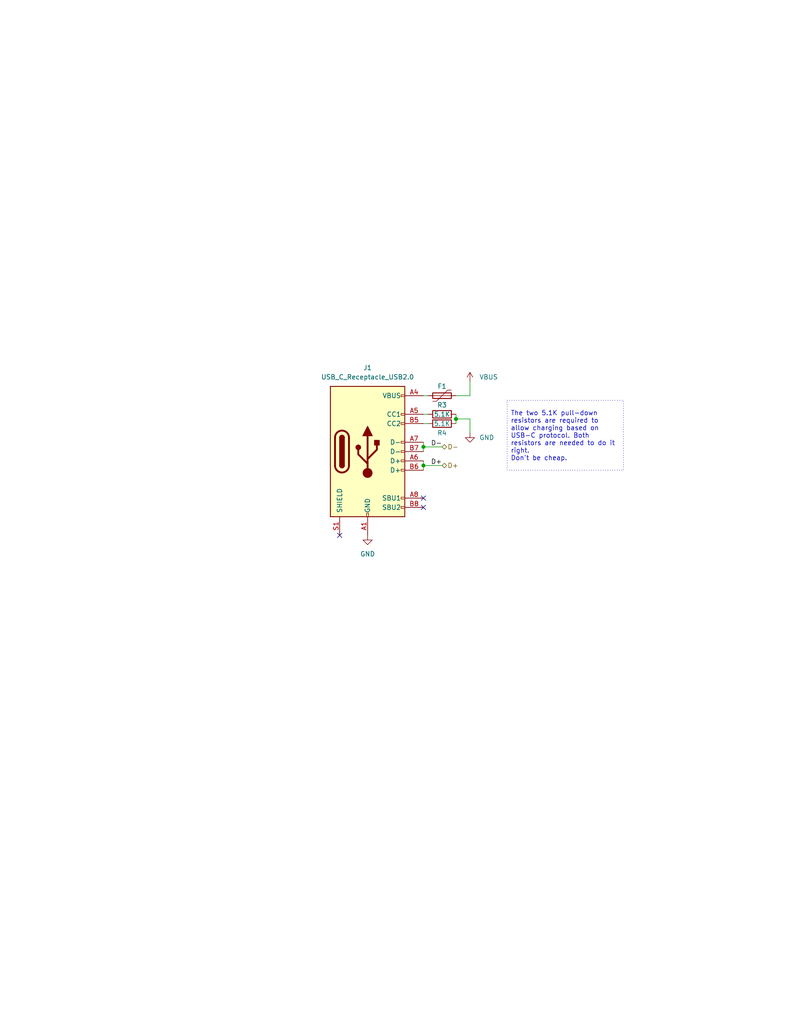
<source format=kicad_sch>
(kicad_sch
	(version 20231120)
	(generator "eeschema")
	(generator_version "8.0")
	(uuid "2faaddac-644d-4482-9950-0094aac9c156")
	(paper "A" portrait)
	(title_block
		(title "Comms Badge Voice Assistant")
		(date "2024-03-02")
		(rev "0.1.1")
		(company "Home Sweet Home Assistant")
	)
	(lib_symbols
		(symbol "Comms Badge Voice Assistant Project:GND"
			(power)
			(pin_names
				(offset 0)
			)
			(exclude_from_sim no)
			(in_bom yes)
			(on_board yes)
			(property "Reference" "#PWR"
				(at 0 -6.35 0)
				(effects
					(font
						(size 1.27 1.27)
					)
					(hide yes)
				)
			)
			(property "Value" "GND"
				(at 0 -3.81 0)
				(effects
					(font
						(size 1.27 1.27)
					)
				)
			)
			(property "Footprint" ""
				(at 0 0 0)
				(effects
					(font
						(size 1.27 1.27)
					)
					(hide yes)
				)
			)
			(property "Datasheet" ""
				(at 0 0 0)
				(effects
					(font
						(size 1.27 1.27)
					)
					(hide yes)
				)
			)
			(property "Description" "Power symbol creates a global label with name \"GND\" , ground"
				(at 0 0 0)
				(effects
					(font
						(size 1.27 1.27)
					)
					(hide yes)
				)
			)
			(property "ki_keywords" "global power"
				(at 0 0 0)
				(effects
					(font
						(size 1.27 1.27)
					)
					(hide yes)
				)
			)
			(symbol "GND_0_1"
				(polyline
					(pts
						(xy 0 0) (xy 0 -1.27) (xy 1.27 -1.27) (xy 0 -2.54) (xy -1.27 -1.27) (xy 0 -1.27)
					)
					(stroke
						(width 0)
						(type default)
					)
					(fill
						(type none)
					)
				)
			)
			(symbol "GND_1_1"
				(pin power_in line
					(at 0 0 270)
					(length 0) hide
					(name "GND"
						(effects
							(font
								(size 1.27 1.27)
							)
						)
					)
					(number "1"
						(effects
							(font
								(size 1.27 1.27)
							)
						)
					)
				)
			)
		)
		(symbol "Comms Badge Voice Assistant Project:Polyfuse"
			(pin_numbers hide)
			(pin_names
				(offset 0)
			)
			(exclude_from_sim no)
			(in_bom yes)
			(on_board yes)
			(property "Reference" "F"
				(at -2.54 0 90)
				(effects
					(font
						(size 1.27 1.27)
					)
				)
			)
			(property "Value" "Polyfuse"
				(at 2.54 0 90)
				(effects
					(font
						(size 1.27 1.27)
					)
				)
			)
			(property "Footprint" ""
				(at 1.27 -5.08 0)
				(effects
					(font
						(size 1.27 1.27)
					)
					(justify left)
					(hide yes)
				)
			)
			(property "Datasheet" "~"
				(at 0 0 0)
				(effects
					(font
						(size 1.27 1.27)
					)
					(hide yes)
				)
			)
			(property "Description" "Resettable fuse, polymeric positive temperature coefficient"
				(at 0 0 0)
				(effects
					(font
						(size 1.27 1.27)
					)
					(hide yes)
				)
			)
			(property "ki_keywords" "resettable fuse PTC PPTC polyfuse polyswitch"
				(at 0 0 0)
				(effects
					(font
						(size 1.27 1.27)
					)
					(hide yes)
				)
			)
			(property "ki_fp_filters" "*polyfuse* *PTC*"
				(at 0 0 0)
				(effects
					(font
						(size 1.27 1.27)
					)
					(hide yes)
				)
			)
			(symbol "Polyfuse_0_1"
				(rectangle
					(start -0.762 2.54)
					(end 0.762 -2.54)
					(stroke
						(width 0.254)
						(type default)
					)
					(fill
						(type none)
					)
				)
				(polyline
					(pts
						(xy 0 2.54) (xy 0 -2.54)
					)
					(stroke
						(width 0)
						(type default)
					)
					(fill
						(type none)
					)
				)
				(polyline
					(pts
						(xy -1.524 2.54) (xy -1.524 1.524) (xy 1.524 -1.524) (xy 1.524 -2.54)
					)
					(stroke
						(width 0)
						(type default)
					)
					(fill
						(type none)
					)
				)
			)
			(symbol "Polyfuse_1_1"
				(pin passive line
					(at 0 3.81 270)
					(length 1.27)
					(name "~"
						(effects
							(font
								(size 1.27 1.27)
							)
						)
					)
					(number "1"
						(effects
							(font
								(size 1.27 1.27)
							)
						)
					)
				)
				(pin passive line
					(at 0 -3.81 90)
					(length 1.27)
					(name "~"
						(effects
							(font
								(size 1.27 1.27)
							)
						)
					)
					(number "2"
						(effects
							(font
								(size 1.27 1.27)
							)
						)
					)
				)
			)
		)
		(symbol "Comms Badge Voice Assistant Project:R"
			(pin_numbers hide)
			(pin_names
				(offset 0)
			)
			(exclude_from_sim no)
			(in_bom yes)
			(on_board yes)
			(property "Reference" "R"
				(at 2.032 0 90)
				(effects
					(font
						(size 1.27 1.27)
					)
				)
			)
			(property "Value" "R"
				(at 0 0 90)
				(effects
					(font
						(size 1.27 1.27)
					)
				)
			)
			(property "Footprint" ""
				(at -1.778 0 90)
				(effects
					(font
						(size 1.27 1.27)
					)
					(hide yes)
				)
			)
			(property "Datasheet" "~"
				(at 0 0 0)
				(effects
					(font
						(size 1.27 1.27)
					)
					(hide yes)
				)
			)
			(property "Description" "Resistor"
				(at 0 0 0)
				(effects
					(font
						(size 1.27 1.27)
					)
					(hide yes)
				)
			)
			(property "ki_keywords" "R res resistor"
				(at 0 0 0)
				(effects
					(font
						(size 1.27 1.27)
					)
					(hide yes)
				)
			)
			(property "ki_fp_filters" "R_*"
				(at 0 0 0)
				(effects
					(font
						(size 1.27 1.27)
					)
					(hide yes)
				)
			)
			(symbol "R_0_1"
				(rectangle
					(start -1.016 -2.54)
					(end 1.016 2.54)
					(stroke
						(width 0.254)
						(type default)
					)
					(fill
						(type none)
					)
				)
			)
			(symbol "R_1_1"
				(pin passive line
					(at 0 3.81 270)
					(length 1.27)
					(name "~"
						(effects
							(font
								(size 1.27 1.27)
							)
						)
					)
					(number "1"
						(effects
							(font
								(size 1.27 1.27)
							)
						)
					)
				)
				(pin passive line
					(at 0 -3.81 90)
					(length 1.27)
					(name "~"
						(effects
							(font
								(size 1.27 1.27)
							)
						)
					)
					(number "2"
						(effects
							(font
								(size 1.27 1.27)
							)
						)
					)
				)
			)
		)
		(symbol "Comms Badge Voice Assistant Project:USB_C_Receptacle_USB2.0"
			(pin_names
				(offset 1.016)
			)
			(exclude_from_sim no)
			(in_bom yes)
			(on_board yes)
			(property "Reference" "J"
				(at -10.16 19.05 0)
				(effects
					(font
						(size 1.27 1.27)
					)
					(justify left)
				)
			)
			(property "Value" "USB_C_Receptacle_USB2.0"
				(at 19.05 19.05 0)
				(effects
					(font
						(size 1.27 1.27)
					)
					(justify right)
				)
			)
			(property "Footprint" ""
				(at 3.81 0 0)
				(effects
					(font
						(size 1.27 1.27)
					)
					(hide yes)
				)
			)
			(property "Datasheet" "https://www.usb.org/sites/default/files/documents/usb_type-c.zip"
				(at 3.81 0 0)
				(effects
					(font
						(size 1.27 1.27)
					)
					(hide yes)
				)
			)
			(property "Description" "USB 2.0-only Type-C Receptacle connector"
				(at 0 0 0)
				(effects
					(font
						(size 1.27 1.27)
					)
					(hide yes)
				)
			)
			(property "ki_keywords" "usb universal serial bus type-C USB2.0"
				(at 0 0 0)
				(effects
					(font
						(size 1.27 1.27)
					)
					(hide yes)
				)
			)
			(property "ki_fp_filters" "USB*C*Receptacle*"
				(at 0 0 0)
				(effects
					(font
						(size 1.27 1.27)
					)
					(hide yes)
				)
			)
			(symbol "USB_C_Receptacle_USB2.0_0_0"
				(rectangle
					(start -0.254 -17.78)
					(end 0.254 -16.764)
					(stroke
						(width 0)
						(type default)
					)
					(fill
						(type none)
					)
				)
				(rectangle
					(start 10.16 -14.986)
					(end 9.144 -15.494)
					(stroke
						(width 0)
						(type default)
					)
					(fill
						(type none)
					)
				)
				(rectangle
					(start 10.16 -12.446)
					(end 9.144 -12.954)
					(stroke
						(width 0)
						(type default)
					)
					(fill
						(type none)
					)
				)
				(rectangle
					(start 10.16 -4.826)
					(end 9.144 -5.334)
					(stroke
						(width 0)
						(type default)
					)
					(fill
						(type none)
					)
				)
				(rectangle
					(start 10.16 -2.286)
					(end 9.144 -2.794)
					(stroke
						(width 0)
						(type default)
					)
					(fill
						(type none)
					)
				)
				(rectangle
					(start 10.16 0.254)
					(end 9.144 -0.254)
					(stroke
						(width 0)
						(type default)
					)
					(fill
						(type none)
					)
				)
				(rectangle
					(start 10.16 2.794)
					(end 9.144 2.286)
					(stroke
						(width 0)
						(type default)
					)
					(fill
						(type none)
					)
				)
				(rectangle
					(start 10.16 7.874)
					(end 9.144 7.366)
					(stroke
						(width 0)
						(type default)
					)
					(fill
						(type none)
					)
				)
				(rectangle
					(start 10.16 10.414)
					(end 9.144 9.906)
					(stroke
						(width 0)
						(type default)
					)
					(fill
						(type none)
					)
				)
				(rectangle
					(start 10.16 15.494)
					(end 9.144 14.986)
					(stroke
						(width 0)
						(type default)
					)
					(fill
						(type none)
					)
				)
			)
			(symbol "USB_C_Receptacle_USB2.0_0_1"
				(rectangle
					(start -10.16 17.78)
					(end 10.16 -17.78)
					(stroke
						(width 0.254)
						(type default)
					)
					(fill
						(type background)
					)
				)
				(arc
					(start -8.89 -3.81)
					(mid -6.985 -5.7067)
					(end -5.08 -3.81)
					(stroke
						(width 0.508)
						(type default)
					)
					(fill
						(type none)
					)
				)
				(arc
					(start -7.62 -3.81)
					(mid -6.985 -4.4423)
					(end -6.35 -3.81)
					(stroke
						(width 0.254)
						(type default)
					)
					(fill
						(type none)
					)
				)
				(arc
					(start -7.62 -3.81)
					(mid -6.985 -4.4423)
					(end -6.35 -3.81)
					(stroke
						(width 0.254)
						(type default)
					)
					(fill
						(type outline)
					)
				)
				(rectangle
					(start -7.62 -3.81)
					(end -6.35 3.81)
					(stroke
						(width 0.254)
						(type default)
					)
					(fill
						(type outline)
					)
				)
				(arc
					(start -6.35 3.81)
					(mid -6.985 4.4423)
					(end -7.62 3.81)
					(stroke
						(width 0.254)
						(type default)
					)
					(fill
						(type none)
					)
				)
				(arc
					(start -6.35 3.81)
					(mid -6.985 4.4423)
					(end -7.62 3.81)
					(stroke
						(width 0.254)
						(type default)
					)
					(fill
						(type outline)
					)
				)
				(arc
					(start -5.08 3.81)
					(mid -6.985 5.7067)
					(end -8.89 3.81)
					(stroke
						(width 0.508)
						(type default)
					)
					(fill
						(type none)
					)
				)
				(circle
					(center -2.54 1.143)
					(radius 0.635)
					(stroke
						(width 0.254)
						(type default)
					)
					(fill
						(type outline)
					)
				)
				(circle
					(center 0 -5.842)
					(radius 1.27)
					(stroke
						(width 0)
						(type default)
					)
					(fill
						(type outline)
					)
				)
				(polyline
					(pts
						(xy -8.89 -3.81) (xy -8.89 3.81)
					)
					(stroke
						(width 0.508)
						(type default)
					)
					(fill
						(type none)
					)
				)
				(polyline
					(pts
						(xy -5.08 3.81) (xy -5.08 -3.81)
					)
					(stroke
						(width 0.508)
						(type default)
					)
					(fill
						(type none)
					)
				)
				(polyline
					(pts
						(xy 0 -5.842) (xy 0 4.318)
					)
					(stroke
						(width 0.508)
						(type default)
					)
					(fill
						(type none)
					)
				)
				(polyline
					(pts
						(xy 0 -3.302) (xy -2.54 -0.762) (xy -2.54 0.508)
					)
					(stroke
						(width 0.508)
						(type default)
					)
					(fill
						(type none)
					)
				)
				(polyline
					(pts
						(xy 0 -2.032) (xy 2.54 0.508) (xy 2.54 1.778)
					)
					(stroke
						(width 0.508)
						(type default)
					)
					(fill
						(type none)
					)
				)
				(polyline
					(pts
						(xy -1.27 4.318) (xy 0 6.858) (xy 1.27 4.318) (xy -1.27 4.318)
					)
					(stroke
						(width 0.254)
						(type default)
					)
					(fill
						(type outline)
					)
				)
				(rectangle
					(start 1.905 1.778)
					(end 3.175 3.048)
					(stroke
						(width 0.254)
						(type default)
					)
					(fill
						(type outline)
					)
				)
			)
			(symbol "USB_C_Receptacle_USB2.0_1_1"
				(pin passive line
					(at 0 -22.86 90)
					(length 5.08)
					(name "GND"
						(effects
							(font
								(size 1.27 1.27)
							)
						)
					)
					(number "A1"
						(effects
							(font
								(size 1.27 1.27)
							)
						)
					)
				)
				(pin passive line
					(at 0 -22.86 90)
					(length 5.08) hide
					(name "GND"
						(effects
							(font
								(size 1.27 1.27)
							)
						)
					)
					(number "A12"
						(effects
							(font
								(size 1.27 1.27)
							)
						)
					)
				)
				(pin passive line
					(at 15.24 15.24 180)
					(length 5.08)
					(name "VBUS"
						(effects
							(font
								(size 1.27 1.27)
							)
						)
					)
					(number "A4"
						(effects
							(font
								(size 1.27 1.27)
							)
						)
					)
				)
				(pin bidirectional line
					(at 15.24 10.16 180)
					(length 5.08)
					(name "CC1"
						(effects
							(font
								(size 1.27 1.27)
							)
						)
					)
					(number "A5"
						(effects
							(font
								(size 1.27 1.27)
							)
						)
					)
				)
				(pin bidirectional line
					(at 15.24 -2.54 180)
					(length 5.08)
					(name "D+"
						(effects
							(font
								(size 1.27 1.27)
							)
						)
					)
					(number "A6"
						(effects
							(font
								(size 1.27 1.27)
							)
						)
					)
				)
				(pin bidirectional line
					(at 15.24 2.54 180)
					(length 5.08)
					(name "D-"
						(effects
							(font
								(size 1.27 1.27)
							)
						)
					)
					(number "A7"
						(effects
							(font
								(size 1.27 1.27)
							)
						)
					)
				)
				(pin bidirectional line
					(at 15.24 -12.7 180)
					(length 5.08)
					(name "SBU1"
						(effects
							(font
								(size 1.27 1.27)
							)
						)
					)
					(number "A8"
						(effects
							(font
								(size 1.27 1.27)
							)
						)
					)
				)
				(pin passive line
					(at 15.24 15.24 180)
					(length 5.08) hide
					(name "VBUS"
						(effects
							(font
								(size 1.27 1.27)
							)
						)
					)
					(number "A9"
						(effects
							(font
								(size 1.27 1.27)
							)
						)
					)
				)
				(pin passive line
					(at 0 -22.86 90)
					(length 5.08) hide
					(name "GND"
						(effects
							(font
								(size 1.27 1.27)
							)
						)
					)
					(number "B1"
						(effects
							(font
								(size 1.27 1.27)
							)
						)
					)
				)
				(pin passive line
					(at 0 -22.86 90)
					(length 5.08) hide
					(name "GND"
						(effects
							(font
								(size 1.27 1.27)
							)
						)
					)
					(number "B12"
						(effects
							(font
								(size 1.27 1.27)
							)
						)
					)
				)
				(pin passive line
					(at 15.24 15.24 180)
					(length 5.08) hide
					(name "VBUS"
						(effects
							(font
								(size 1.27 1.27)
							)
						)
					)
					(number "B4"
						(effects
							(font
								(size 1.27 1.27)
							)
						)
					)
				)
				(pin bidirectional line
					(at 15.24 7.62 180)
					(length 5.08)
					(name "CC2"
						(effects
							(font
								(size 1.27 1.27)
							)
						)
					)
					(number "B5"
						(effects
							(font
								(size 1.27 1.27)
							)
						)
					)
				)
				(pin bidirectional line
					(at 15.24 -5.08 180)
					(length 5.08)
					(name "D+"
						(effects
							(font
								(size 1.27 1.27)
							)
						)
					)
					(number "B6"
						(effects
							(font
								(size 1.27 1.27)
							)
						)
					)
				)
				(pin bidirectional line
					(at 15.24 0 180)
					(length 5.08)
					(name "D-"
						(effects
							(font
								(size 1.27 1.27)
							)
						)
					)
					(number "B7"
						(effects
							(font
								(size 1.27 1.27)
							)
						)
					)
				)
				(pin bidirectional line
					(at 15.24 -15.24 180)
					(length 5.08)
					(name "SBU2"
						(effects
							(font
								(size 1.27 1.27)
							)
						)
					)
					(number "B8"
						(effects
							(font
								(size 1.27 1.27)
							)
						)
					)
				)
				(pin passive line
					(at 15.24 15.24 180)
					(length 5.08) hide
					(name "VBUS"
						(effects
							(font
								(size 1.27 1.27)
							)
						)
					)
					(number "B9"
						(effects
							(font
								(size 1.27 1.27)
							)
						)
					)
				)
				(pin passive line
					(at -7.62 -22.86 90)
					(length 5.08)
					(name "SHIELD"
						(effects
							(font
								(size 1.27 1.27)
							)
						)
					)
					(number "S1"
						(effects
							(font
								(size 1.27 1.27)
							)
						)
					)
				)
			)
		)
		(symbol "Comms Badge Voice Assistant Project:VBUS"
			(power)
			(pin_names
				(offset 0)
			)
			(exclude_from_sim no)
			(in_bom yes)
			(on_board yes)
			(property "Reference" "#PWR"
				(at 0 -3.81 0)
				(effects
					(font
						(size 1.27 1.27)
					)
					(hide yes)
				)
			)
			(property "Value" "VBUS"
				(at 0 3.81 0)
				(effects
					(font
						(size 1.27 1.27)
					)
				)
			)
			(property "Footprint" ""
				(at 0 0 0)
				(effects
					(font
						(size 1.27 1.27)
					)
					(hide yes)
				)
			)
			(property "Datasheet" ""
				(at 0 0 0)
				(effects
					(font
						(size 1.27 1.27)
					)
					(hide yes)
				)
			)
			(property "Description" "Power symbol creates a global label with name \"VBUS\""
				(at 0 0 0)
				(effects
					(font
						(size 1.27 1.27)
					)
					(hide yes)
				)
			)
			(property "ki_keywords" "global power"
				(at 0 0 0)
				(effects
					(font
						(size 1.27 1.27)
					)
					(hide yes)
				)
			)
			(symbol "VBUS_0_1"
				(polyline
					(pts
						(xy -0.762 1.27) (xy 0 2.54)
					)
					(stroke
						(width 0)
						(type default)
					)
					(fill
						(type none)
					)
				)
				(polyline
					(pts
						(xy 0 0) (xy 0 2.54)
					)
					(stroke
						(width 0)
						(type default)
					)
					(fill
						(type none)
					)
				)
				(polyline
					(pts
						(xy 0 2.54) (xy 0.762 1.27)
					)
					(stroke
						(width 0)
						(type default)
					)
					(fill
						(type none)
					)
				)
			)
			(symbol "VBUS_1_1"
				(pin power_in line
					(at 0 0 90)
					(length 0) hide
					(name "VBUS"
						(effects
							(font
								(size 1.27 1.27)
							)
						)
					)
					(number "1"
						(effects
							(font
								(size 1.27 1.27)
							)
						)
					)
				)
			)
		)
	)
	(junction
		(at 124.46 114.3)
		(diameter 0)
		(color 0 0 0 0)
		(uuid "6f7d10f9-055d-4013-9bea-5ca1f109fc76")
	)
	(junction
		(at 115.57 121.92)
		(diameter 0)
		(color 0 0 0 0)
		(uuid "cb679754-47f9-4de0-a8a1-9e937449451a")
	)
	(junction
		(at 115.57 127)
		(diameter 0)
		(color 0 0 0 0)
		(uuid "dbf77822-13c8-4d96-94cd-0e4d93794552")
	)
	(no_connect
		(at 115.57 138.43)
		(uuid "333fb920-fbfc-4e40-88ef-c6daae6d3073")
	)
	(no_connect
		(at 115.57 135.89)
		(uuid "4d933472-851f-4964-b136-6414b65a9b72")
	)
	(no_connect
		(at 92.71 146.05)
		(uuid "742c445e-2723-4bdb-9eac-b6169650231a")
	)
	(wire
		(pts
			(xy 124.46 107.95) (xy 128.27 107.95)
		)
		(stroke
			(width 0)
			(type default)
		)
		(uuid "124fb954-f9a3-4465-a925-d3f8caf98fcb")
	)
	(wire
		(pts
			(xy 115.57 125.73) (xy 115.57 127)
		)
		(stroke
			(width 0)
			(type default)
		)
		(uuid "1e99efe2-817a-45e5-957c-0d1b858cd473")
	)
	(wire
		(pts
			(xy 124.46 114.3) (xy 124.46 115.57)
		)
		(stroke
			(width 0)
			(type default)
		)
		(uuid "24ad9ec1-21a5-4686-a2a0-4ba28842d9c2")
	)
	(wire
		(pts
			(xy 115.57 120.65) (xy 115.57 121.92)
		)
		(stroke
			(width 0)
			(type default)
		)
		(uuid "49855f75-9992-42c2-97b3-1589381c3b72")
	)
	(wire
		(pts
			(xy 115.57 121.92) (xy 115.57 123.19)
		)
		(stroke
			(width 0)
			(type default)
		)
		(uuid "62b4ab2e-c06e-414b-89ec-c654f063e2f6")
	)
	(wire
		(pts
			(xy 115.57 115.57) (xy 116.84 115.57)
		)
		(stroke
			(width 0)
			(type default)
		)
		(uuid "62f6992f-1a13-46af-b9d9-b23d0b813877")
	)
	(wire
		(pts
			(xy 116.84 107.95) (xy 115.57 107.95)
		)
		(stroke
			(width 0)
			(type default)
		)
		(uuid "72d3bbd9-5cac-4ac9-b31c-e88be6273758")
	)
	(wire
		(pts
			(xy 115.57 127) (xy 120.65 127)
		)
		(stroke
			(width 0)
			(type default)
		)
		(uuid "78bc3db7-6c2f-4f17-b218-7adf66a0fcdd")
	)
	(wire
		(pts
			(xy 115.57 127) (xy 115.57 128.27)
		)
		(stroke
			(width 0)
			(type default)
		)
		(uuid "7fc1278e-a8fe-4d1a-8afe-128032ea39ed")
	)
	(wire
		(pts
			(xy 124.46 114.3) (xy 128.27 114.3)
		)
		(stroke
			(width 0)
			(type default)
		)
		(uuid "82a8ac36-2070-48a8-930f-a9fe970cdbd7")
	)
	(wire
		(pts
			(xy 128.27 107.95) (xy 128.27 104.14)
		)
		(stroke
			(width 0)
			(type default)
		)
		(uuid "8d3d8dd5-af1f-45fa-8f59-936cf5bb7993")
	)
	(wire
		(pts
			(xy 115.57 121.92) (xy 120.65 121.92)
		)
		(stroke
			(width 0)
			(type default)
		)
		(uuid "9ec15633-cfdb-465d-b595-87310f019383")
	)
	(wire
		(pts
			(xy 115.57 113.03) (xy 116.84 113.03)
		)
		(stroke
			(width 0)
			(type default)
		)
		(uuid "a4b59aff-d7ef-4090-9fa7-533c1c1c7b99")
	)
	(wire
		(pts
			(xy 128.27 114.3) (xy 128.27 118.11)
		)
		(stroke
			(width 0)
			(type default)
		)
		(uuid "b6872fdd-a1c1-4ff6-8732-95b77387a768")
	)
	(wire
		(pts
			(xy 124.46 113.03) (xy 124.46 114.3)
		)
		(stroke
			(width 0)
			(type default)
		)
		(uuid "f96864b2-0a6f-4f90-ad8a-775cb9542559")
	)
	(text_box "The two 5.1K pull-down resistors are required to allow charging based on USB-C protocol. Both resistors are needed to do it right.\nDon't be cheap."
		(exclude_from_sim no)
		(at 138.43 109.22 0)
		(size 31.75 19.05)
		(stroke
			(width 0)
			(type dot)
		)
		(fill
			(type none)
		)
		(effects
			(font
				(size 1.27 1.27)
			)
			(justify left)
		)
		(uuid "686e076c-3dd5-4e1a-8867-02b74d5ea3f1")
	)
	(label "D+"
		(at 120.65 127 180)
		(fields_autoplaced yes)
		(effects
			(font
				(size 1.27 1.27)
			)
			(justify right bottom)
		)
		(uuid "41551d53-8f08-4b68-95a9-451f95fd498e")
	)
	(label "D-"
		(at 120.65 121.92 180)
		(fields_autoplaced yes)
		(effects
			(font
				(size 1.27 1.27)
			)
			(justify right bottom)
		)
		(uuid "4c99d162-d6f2-4288-9351-26a14b7e05e3")
	)
	(hierarchical_label "D+"
		(shape bidirectional)
		(at 120.65 127 0)
		(fields_autoplaced yes)
		(effects
			(font
				(size 1.27 1.27)
			)
			(justify left)
		)
		(uuid "3aa75c5a-eaae-4295-9946-702fb4ff0170")
	)
	(hierarchical_label "D-"
		(shape bidirectional)
		(at 120.65 121.92 0)
		(fields_autoplaced yes)
		(effects
			(font
				(size 1.27 1.27)
			)
			(justify left)
		)
		(uuid "a09dace5-94e2-4e99-b390-2a0187fe9dcd")
	)
	(symbol
		(lib_id "Comms Badge Voice Assistant Project:GND")
		(at 128.27 118.11 0)
		(unit 1)
		(exclude_from_sim no)
		(in_bom yes)
		(on_board yes)
		(dnp no)
		(fields_autoplaced yes)
		(uuid "252f62c7-dfe5-4696-8aef-94d85448d901")
		(property "Reference" "#PWR08"
			(at 128.27 124.46 0)
			(effects
				(font
					(size 1.27 1.27)
				)
				(hide yes)
			)
		)
		(property "Value" "GND"
			(at 130.81 119.38 0)
			(effects
				(font
					(size 1.27 1.27)
				)
				(justify left)
			)
		)
		(property "Footprint" ""
			(at 128.27 118.11 0)
			(effects
				(font
					(size 1.27 1.27)
				)
				(hide yes)
			)
		)
		(property "Datasheet" ""
			(at 128.27 118.11 0)
			(effects
				(font
					(size 1.27 1.27)
				)
				(hide yes)
			)
		)
		(property "Description" ""
			(at 128.27 118.11 0)
			(effects
				(font
					(size 1.27 1.27)
				)
				(hide yes)
			)
		)
		(pin "1"
			(uuid "a3385300-21e2-46a4-b211-37ed31e02362")
		)
		(instances
			(project "LED Plasmid Bottle"
				(path "/49124571-f0f2-4f3a-b22c-6c3d90e137a0"
					(reference "#PWR08")
					(unit 1)
				)
				(path "/49124571-f0f2-4f3a-b22c-6c3d90e137a0/33791a35-0e34-479b-84b0-7b0147df3113"
					(reference "#PWR08")
					(unit 1)
				)
				(path "/49124571-f0f2-4f3a-b22c-6c3d90e137a0/62182aa8-7d55-4017-8542-704688cbe14c"
					(reference "#PWR08")
					(unit 1)
				)
			)
			(project "Comms Badge Voice Assistant Project"
				(path "/615e3260-ff62-492c-a651-02eeac1fdade/f8b49e38-8eb2-43a3-84a0-afcf51d28e7d"
					(reference "#PWR0202")
					(unit 1)
				)
			)
			(project "Li-Po Battery Charging & Protection"
				(path "/7c69cb15-816e-4173-8879-fd6a8cc51361"
					(reference "#PWR08")
					(unit 1)
				)
			)
			(project "Crystal Space Bun Crowns"
				(path "/80ca1a89-7fc0-4d2e-aa39-cc2a3d357b07"
					(reference "#PWR01")
					(unit 1)
				)
			)
		)
	)
	(symbol
		(lib_id "Comms Badge Voice Assistant Project:R")
		(at 120.65 115.57 270)
		(unit 1)
		(exclude_from_sim no)
		(in_bom yes)
		(on_board yes)
		(dnp no)
		(uuid "70ec377b-e7d7-436a-8b58-1fad4208bf32")
		(property "Reference" "R4"
			(at 120.65 118.11 90)
			(effects
				(font
					(size 1.27 1.27)
				)
			)
		)
		(property "Value" "5.1K"
			(at 120.65 115.57 90)
			(effects
				(font
					(size 1.27 1.27)
				)
			)
		)
		(property "Footprint" "Resistor_SMD:R_0402_1005Metric"
			(at 120.65 113.792 90)
			(effects
				(font
					(size 1.27 1.27)
				)
				(hide yes)
			)
		)
		(property "Datasheet" "https://datasheet.lcsc.com/lcsc/2304140030_YAGEO-RC0402FR-075K1L_C105872.pdf"
			(at 120.65 115.57 0)
			(effects
				(font
					(size 1.27 1.27)
				)
				(hide yes)
			)
		)
		(property "Description" ""
			(at 120.65 115.57 0)
			(effects
				(font
					(size 1.27 1.27)
				)
				(hide yes)
			)
		)
		(property "LCSC #" "C105872"
			(at 120.65 115.57 0)
			(effects
				(font
					(size 1.27 1.27)
				)
				(hide yes)
			)
		)
		(property "Mfr. Part #" "RC0402FR-075K1L"
			(at 120.65 115.57 0)
			(effects
				(font
					(size 1.27 1.27)
				)
				(hide yes)
			)
		)
		(property "DigiKey #" "311-5.10KLRCT-ND"
			(at 120.65 115.57 0)
			(effects
				(font
					(size 1.27 1.27)
				)
				(hide yes)
			)
		)
		(property "Mouser #" "603-RC0402FR-075K1L"
			(at 120.65 115.57 0)
			(effects
				(font
					(size 1.27 1.27)
				)
				(hide yes)
			)
		)
		(property "Price" "0.0007"
			(at 120.65 115.57 0)
			(effects
				(font
					(size 1.27 1.27)
				)
				(hide yes)
			)
		)
		(pin "1"
			(uuid "42b5e2f9-5b19-48db-ac03-58e1b07cbfc1")
		)
		(pin "2"
			(uuid "02a4e975-2c1f-4241-b59d-aeeb938bf806")
		)
		(instances
			(project "LED Plasmid Bottle"
				(path "/49124571-f0f2-4f3a-b22c-6c3d90e137a0"
					(reference "R4")
					(unit 1)
				)
				(path "/49124571-f0f2-4f3a-b22c-6c3d90e137a0/33791a35-0e34-479b-84b0-7b0147df3113"
					(reference "R4")
					(unit 1)
				)
				(path "/49124571-f0f2-4f3a-b22c-6c3d90e137a0/62182aa8-7d55-4017-8542-704688cbe14c"
					(reference "R102")
					(unit 1)
				)
			)
			(project "Comms Badge Voice Assistant Project"
				(path "/615e3260-ff62-492c-a651-02eeac1fdade/f8b49e38-8eb2-43a3-84a0-afcf51d28e7d"
					(reference "R202")
					(unit 1)
				)
			)
			(project "Li-Po Battery Charging & Protection"
				(path "/7c69cb15-816e-4173-8879-fd6a8cc51361"
					(reference "R4")
					(unit 1)
				)
			)
			(project "Crystal Space Bun Crowns"
				(path "/80ca1a89-7fc0-4d2e-aa39-cc2a3d357b07"
					(reference "R2")
					(unit 1)
				)
			)
		)
	)
	(symbol
		(lib_id "Comms Badge Voice Assistant Project:Polyfuse")
		(at 120.65 107.95 90)
		(unit 1)
		(exclude_from_sim no)
		(in_bom yes)
		(on_board yes)
		(dnp no)
		(uuid "98ea74f1-7db7-4554-9ea5-4a13a6c7c071")
		(property "Reference" "F1"
			(at 120.65 105.41 90)
			(effects
				(font
					(size 1.27 1.27)
				)
			)
		)
		(property "Value" "Polyfuse"
			(at 120.65 104.14 90)
			(effects
				(font
					(size 1.27 1.27)
				)
				(hide yes)
			)
		)
		(property "Footprint" "Fuse:Fuse_0805_2012Metric_Pad1.15x1.40mm_HandSolder"
			(at 125.73 106.68 0)
			(effects
				(font
					(size 1.27 1.27)
				)
				(justify left)
				(hide yes)
			)
		)
		(property "Datasheet" "https://datasheet.lcsc.com/lcsc/2309211851_LUTE-0805L200SL9AR_C18198356.pdf"
			(at 120.65 107.95 0)
			(effects
				(font
					(size 1.27 1.27)
				)
				(hide yes)
			)
		)
		(property "Description" ""
			(at 120.65 107.95 0)
			(effects
				(font
					(size 1.27 1.27)
				)
				(hide yes)
			)
		)
		(property "LCSC #" "C18198356"
			(at 120.65 107.95 0)
			(effects
				(font
					(size 1.27 1.27)
				)
				(hide yes)
			)
		)
		(property "Mfr. Part #" "0805L200SL9AR"
			(at 120.65 107.95 0)
			(effects
				(font
					(size 1.27 1.27)
				)
				(hide yes)
			)
		)
		(property "DigiKey #" "NA"
			(at 120.65 107.95 0)
			(effects
				(font
					(size 1.27 1.27)
				)
				(hide yes)
			)
		)
		(property "Mouser #" "NA"
			(at 120.65 107.95 0)
			(effects
				(font
					(size 1.27 1.27)
				)
				(hide yes)
			)
		)
		(property "Price" "0.1019"
			(at 120.65 107.95 0)
			(effects
				(font
					(size 1.27 1.27)
				)
				(hide yes)
			)
		)
		(pin "1"
			(uuid "654f16ff-dcd0-4003-bea1-d41801738da1")
		)
		(pin "2"
			(uuid "8c5e02d4-086f-4fab-8d99-88345d657d36")
		)
		(instances
			(project "LED Plasmid Bottle"
				(path "/49124571-f0f2-4f3a-b22c-6c3d90e137a0"
					(reference "F1")
					(unit 1)
				)
				(path "/49124571-f0f2-4f3a-b22c-6c3d90e137a0/33791a35-0e34-479b-84b0-7b0147df3113"
					(reference "F1")
					(unit 1)
				)
				(path "/49124571-f0f2-4f3a-b22c-6c3d90e137a0/62182aa8-7d55-4017-8542-704688cbe14c"
					(reference "F101")
					(unit 1)
				)
			)
			(project "Comms Badge Voice Assistant Project"
				(path "/615e3260-ff62-492c-a651-02eeac1fdade/f8b49e38-8eb2-43a3-84a0-afcf51d28e7d"
					(reference "F201")
					(unit 1)
				)
			)
			(project "Li-Po Battery Charging & Protection"
				(path "/7c69cb15-816e-4173-8879-fd6a8cc51361"
					(reference "F1")
					(unit 1)
				)
			)
			(project "Crystal Space Bun Crowns"
				(path "/80ca1a89-7fc0-4d2e-aa39-cc2a3d357b07"
					(reference "F1")
					(unit 1)
				)
			)
		)
	)
	(symbol
		(lib_id "Comms Badge Voice Assistant Project:VBUS")
		(at 128.27 104.14 0)
		(unit 1)
		(exclude_from_sim no)
		(in_bom yes)
		(on_board yes)
		(dnp no)
		(fields_autoplaced yes)
		(uuid "ac4dc0de-6444-4cbd-a103-0d2701c9810c")
		(property "Reference" "#PWR07"
			(at 128.27 107.95 0)
			(effects
				(font
					(size 1.27 1.27)
				)
				(hide yes)
			)
		)
		(property "Value" "VBUS"
			(at 130.81 102.87 0)
			(effects
				(font
					(size 1.27 1.27)
				)
				(justify left)
			)
		)
		(property "Footprint" ""
			(at 128.27 104.14 0)
			(effects
				(font
					(size 1.27 1.27)
				)
				(hide yes)
			)
		)
		(property "Datasheet" ""
			(at 128.27 104.14 0)
			(effects
				(font
					(size 1.27 1.27)
				)
				(hide yes)
			)
		)
		(property "Description" ""
			(at 128.27 104.14 0)
			(effects
				(font
					(size 1.27 1.27)
				)
				(hide yes)
			)
		)
		(pin "1"
			(uuid "a4ce8cf4-0ce0-4045-8aca-1a0b077f0e79")
		)
		(instances
			(project "LED Plasmid Bottle"
				(path "/49124571-f0f2-4f3a-b22c-6c3d90e137a0"
					(reference "#PWR07")
					(unit 1)
				)
				(path "/49124571-f0f2-4f3a-b22c-6c3d90e137a0/33791a35-0e34-479b-84b0-7b0147df3113"
					(reference "#PWR07")
					(unit 1)
				)
				(path "/49124571-f0f2-4f3a-b22c-6c3d90e137a0/62182aa8-7d55-4017-8542-704688cbe14c"
					(reference "#PWR07")
					(unit 1)
				)
			)
			(project "Comms Badge Voice Assistant Project"
				(path "/615e3260-ff62-492c-a651-02eeac1fdade/f8b49e38-8eb2-43a3-84a0-afcf51d28e7d"
					(reference "#PWR0201")
					(unit 1)
				)
			)
			(project "Li-Po Battery Charging & Protection"
				(path "/7c69cb15-816e-4173-8879-fd6a8cc51361"
					(reference "#PWR07")
					(unit 1)
				)
			)
			(project "Crystal Space Bun Crowns"
				(path "/80ca1a89-7fc0-4d2e-aa39-cc2a3d357b07"
					(reference "#PWR03")
					(unit 1)
				)
			)
		)
	)
	(symbol
		(lib_id "Comms Badge Voice Assistant Project:USB_C_Receptacle_USB2.0")
		(at 100.33 123.19 0)
		(unit 1)
		(exclude_from_sim no)
		(in_bom yes)
		(on_board yes)
		(dnp no)
		(fields_autoplaced yes)
		(uuid "eb7af781-7861-4f28-bf0f-c83ededafadc")
		(property "Reference" "J1"
			(at 100.33 100.33 0)
			(effects
				(font
					(size 1.27 1.27)
				)
			)
		)
		(property "Value" "USB_C_Receptacle_USB2.0"
			(at 100.33 102.87 0)
			(effects
				(font
					(size 1.27 1.27)
				)
			)
		)
		(property "Footprint" "Connector_USB:USB_C_Receptacle_GCT_USB4105-xx-A_16P_TopMnt_Horizontal"
			(at 104.14 123.19 0)
			(effects
				(font
					(size 1.27 1.27)
				)
				(hide yes)
			)
		)
		(property "Datasheet" "https://datasheet.lcsc.com/lcsc/2111231930_SHOU-HAN-TYPE-C-16PIN-2MD-073_C2765186.pdf"
			(at 104.14 123.19 0)
			(effects
				(font
					(size 1.27 1.27)
				)
				(hide yes)
			)
		)
		(property "Description" ""
			(at 100.33 123.19 0)
			(effects
				(font
					(size 1.27 1.27)
				)
				(hide yes)
			)
		)
		(property "LCSC #" "C2765186"
			(at 100.33 123.19 0)
			(effects
				(font
					(size 1.27 1.27)
				)
				(hide yes)
			)
		)
		(property "Mfr. Part #" "TYPE-C 16PIN 2MD(073)"
			(at 100.33 123.19 0)
			(effects
				(font
					(size 1.27 1.27)
				)
				(hide yes)
			)
		)
		(property "DigiKey #" "NA"
			(at 100.33 123.19 0)
			(effects
				(font
					(size 1.27 1.27)
				)
				(hide yes)
			)
		)
		(property "Mouser #" "NA"
			(at 100.33 123.19 0)
			(effects
				(font
					(size 1.27 1.27)
				)
				(hide yes)
			)
		)
		(property "Price" "0.56"
			(at 100.33 123.19 0)
			(effects
				(font
					(size 1.27 1.27)
				)
				(hide yes)
			)
		)
		(pin "A1"
			(uuid "46c6ea60-a259-43ed-b2eb-a9e57980e436")
		)
		(pin "A12"
			(uuid "d8715760-ca8f-4f80-aab0-16066a0e6561")
		)
		(pin "A4"
			(uuid "d82b86aa-8290-4d75-b8b8-a1fde83494d2")
		)
		(pin "A5"
			(uuid "249034b2-d2d4-42cc-a92c-8bb140214ed2")
		)
		(pin "A6"
			(uuid "01a0effb-d3d3-4e18-99a2-00eb49f0617c")
		)
		(pin "A7"
			(uuid "45883d8c-c1fc-4202-a19f-decc3c4bf079")
		)
		(pin "A8"
			(uuid "751e4ed5-37bd-46db-bbd9-d4e8229491a0")
		)
		(pin "A9"
			(uuid "6618499a-000c-457c-8f0d-5c63f5fd2700")
		)
		(pin "B1"
			(uuid "fe863f75-6e21-4414-bd69-9bd342106350")
		)
		(pin "B12"
			(uuid "3bd3c05d-2941-4a5c-8b04-b048ab8de754")
		)
		(pin "B4"
			(uuid "6e8f2459-6258-463e-be60-5b6dbce21a2f")
		)
		(pin "B5"
			(uuid "05d22a54-0cd6-4465-b430-9cd47e87d577")
		)
		(pin "B6"
			(uuid "81d56b8d-173d-4d34-b7b6-157143ddeea6")
		)
		(pin "B7"
			(uuid "eec953d8-d96c-4519-97bf-64473b523777")
		)
		(pin "B8"
			(uuid "f18499a6-2ea9-4643-abaa-4840d2c02449")
		)
		(pin "B9"
			(uuid "6dbbd031-346e-4875-83b2-00d8cbf47f8c")
		)
		(pin "S1"
			(uuid "8b594f43-f47e-4e33-a68c-1ae952337c18")
		)
		(instances
			(project "LED Plasmid Bottle"
				(path "/49124571-f0f2-4f3a-b22c-6c3d90e137a0"
					(reference "J1")
					(unit 1)
				)
				(path "/49124571-f0f2-4f3a-b22c-6c3d90e137a0/33791a35-0e34-479b-84b0-7b0147df3113"
					(reference "J1")
					(unit 1)
				)
				(path "/49124571-f0f2-4f3a-b22c-6c3d90e137a0/62182aa8-7d55-4017-8542-704688cbe14c"
					(reference "J101")
					(unit 1)
				)
			)
			(project "Comms Badge Voice Assistant Project"
				(path "/615e3260-ff62-492c-a651-02eeac1fdade/f8b49e38-8eb2-43a3-84a0-afcf51d28e7d"
					(reference "J201")
					(unit 1)
				)
			)
			(project "Li-Po Battery Charging & Protection"
				(path "/7c69cb15-816e-4173-8879-fd6a8cc51361"
					(reference "J1")
					(unit 1)
				)
			)
			(project "Crystal Space Bun Crowns"
				(path "/80ca1a89-7fc0-4d2e-aa39-cc2a3d357b07"
					(reference "J1")
					(unit 1)
				)
			)
		)
	)
	(symbol
		(lib_id "Comms Badge Voice Assistant Project:R")
		(at 120.65 113.03 90)
		(unit 1)
		(exclude_from_sim no)
		(in_bom yes)
		(on_board yes)
		(dnp no)
		(uuid "efe27a64-fb65-40ae-bb2f-862aaa3e9ea3")
		(property "Reference" "R3"
			(at 120.65 110.49 90)
			(effects
				(font
					(size 1.27 1.27)
				)
			)
		)
		(property "Value" "5.1K"
			(at 120.65 113.03 90)
			(effects
				(font
					(size 1.27 1.27)
				)
			)
		)
		(property "Footprint" "Resistor_SMD:R_0402_1005Metric"
			(at 120.65 114.808 90)
			(effects
				(font
					(size 1.27 1.27)
				)
				(hide yes)
			)
		)
		(property "Datasheet" "https://datasheet.lcsc.com/lcsc/2304140030_YAGEO-RC0402FR-075K1L_C105872.pdf"
			(at 120.65 113.03 0)
			(effects
				(font
					(size 1.27 1.27)
				)
				(hide yes)
			)
		)
		(property "Description" ""
			(at 120.65 113.03 0)
			(effects
				(font
					(size 1.27 1.27)
				)
				(hide yes)
			)
		)
		(property "LCSC #" "C105872"
			(at 120.65 113.03 0)
			(effects
				(font
					(size 1.27 1.27)
				)
				(hide yes)
			)
		)
		(property "Mfr. Part #" "RC0402FR-075K1L"
			(at 120.65 113.03 0)
			(effects
				(font
					(size 1.27 1.27)
				)
				(hide yes)
			)
		)
		(property "DigiKey #" "311-5.10KLRCT-ND"
			(at 120.65 113.03 0)
			(effects
				(font
					(size 1.27 1.27)
				)
				(hide yes)
			)
		)
		(property "Mouser #" "603-RC0402FR-075K1L"
			(at 120.65 113.03 0)
			(effects
				(font
					(size 1.27 1.27)
				)
				(hide yes)
			)
		)
		(property "Price" "0.0007"
			(at 120.65 113.03 0)
			(effects
				(font
					(size 1.27 1.27)
				)
				(hide yes)
			)
		)
		(pin "1"
			(uuid "738f28e3-4c97-493d-bb4c-ab804f1f626a")
		)
		(pin "2"
			(uuid "aaf37a0a-2341-46f3-a467-94734990b3d7")
		)
		(instances
			(project "LED Plasmid Bottle"
				(path "/49124571-f0f2-4f3a-b22c-6c3d90e137a0"
					(reference "R3")
					(unit 1)
				)
				(path "/49124571-f0f2-4f3a-b22c-6c3d90e137a0/33791a35-0e34-479b-84b0-7b0147df3113"
					(reference "R3")
					(unit 1)
				)
				(path "/49124571-f0f2-4f3a-b22c-6c3d90e137a0/62182aa8-7d55-4017-8542-704688cbe14c"
					(reference "R101")
					(unit 1)
				)
			)
			(project "Comms Badge Voice Assistant Project"
				(path "/615e3260-ff62-492c-a651-02eeac1fdade/f8b49e38-8eb2-43a3-84a0-afcf51d28e7d"
					(reference "R201")
					(unit 1)
				)
			)
			(project "Li-Po Battery Charging & Protection"
				(path "/7c69cb15-816e-4173-8879-fd6a8cc51361"
					(reference "R3")
					(unit 1)
				)
			)
			(project "Crystal Space Bun Crowns"
				(path "/80ca1a89-7fc0-4d2e-aa39-cc2a3d357b07"
					(reference "R1")
					(unit 1)
				)
			)
		)
	)
	(symbol
		(lib_id "Comms Badge Voice Assistant Project:GND")
		(at 100.33 146.05 0)
		(unit 1)
		(exclude_from_sim no)
		(in_bom yes)
		(on_board yes)
		(dnp no)
		(fields_autoplaced yes)
		(uuid "fd892c6e-7954-4517-9eea-6d615d971728")
		(property "Reference" "#PWR02"
			(at 100.33 152.4 0)
			(effects
				(font
					(size 1.27 1.27)
				)
				(hide yes)
			)
		)
		(property "Value" "GND"
			(at 100.33 151.13 0)
			(effects
				(font
					(size 1.27 1.27)
				)
			)
		)
		(property "Footprint" ""
			(at 100.33 146.05 0)
			(effects
				(font
					(size 1.27 1.27)
				)
				(hide yes)
			)
		)
		(property "Datasheet" ""
			(at 100.33 146.05 0)
			(effects
				(font
					(size 1.27 1.27)
				)
				(hide yes)
			)
		)
		(property "Description" ""
			(at 100.33 146.05 0)
			(effects
				(font
					(size 1.27 1.27)
				)
				(hide yes)
			)
		)
		(pin "1"
			(uuid "f72df069-de25-4d76-ad66-1d46c45c1b8e")
		)
		(instances
			(project "LED Plasmid Bottle"
				(path "/49124571-f0f2-4f3a-b22c-6c3d90e137a0"
					(reference "#PWR02")
					(unit 1)
				)
				(path "/49124571-f0f2-4f3a-b22c-6c3d90e137a0/33791a35-0e34-479b-84b0-7b0147df3113"
					(reference "#PWR02")
					(unit 1)
				)
				(path "/49124571-f0f2-4f3a-b22c-6c3d90e137a0/62182aa8-7d55-4017-8542-704688cbe14c"
					(reference "#PWR02")
					(unit 1)
				)
			)
			(project "Comms Badge Voice Assistant Project"
				(path "/615e3260-ff62-492c-a651-02eeac1fdade/f8b49e38-8eb2-43a3-84a0-afcf51d28e7d"
					(reference "#PWR0203")
					(unit 1)
				)
			)
			(project "Li-Po Battery Charging & Protection"
				(path "/7c69cb15-816e-4173-8879-fd6a8cc51361"
					(reference "#PWR02")
					(unit 1)
				)
			)
			(project "Crystal Space Bun Crowns"
				(path "/80ca1a89-7fc0-4d2e-aa39-cc2a3d357b07"
					(reference "#PWR02")
					(unit 1)
				)
			)
		)
	)
)

</source>
